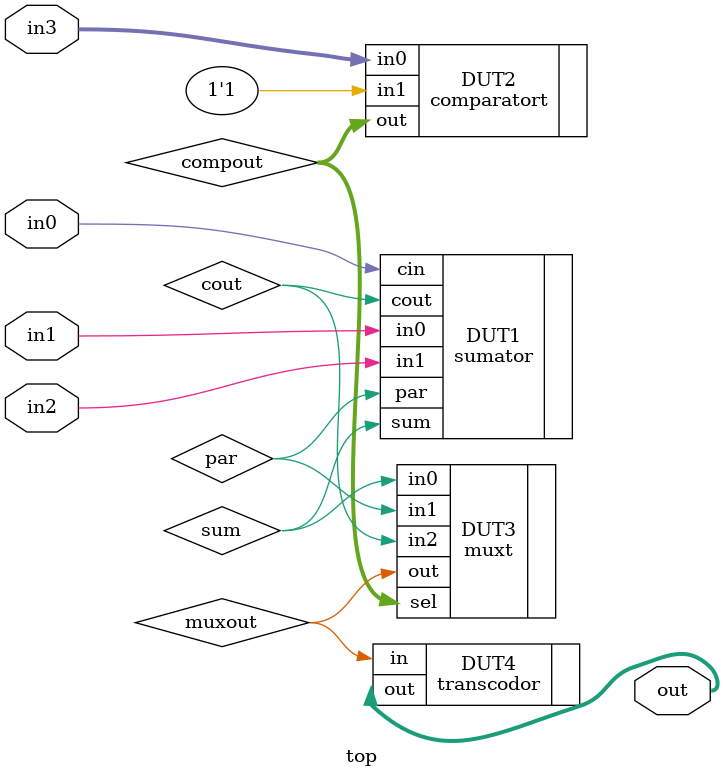
<source format=v>
module top(input in0, input in1, input in2, input[1:0] in3, output wire[6:0] out);
	wire cout;
	wire sum;
	wire par;
	wire muxout;
	wire[1:0] compout;
	
	sumator DUT1(.cin(in0),.in0(in1),.in1(in2),.cout(cout),.par(par),.sum(sum));
	comparatort DUT2(.in0(in3),.in1(1'h1),.out(compout));
	muxt DUT3(.in2(cout),.in0(sum),.in1(par),.sel(compout),.out(muxout));
	transcodor DUT4(.in(muxout),.out(out));
endmodule
</source>
